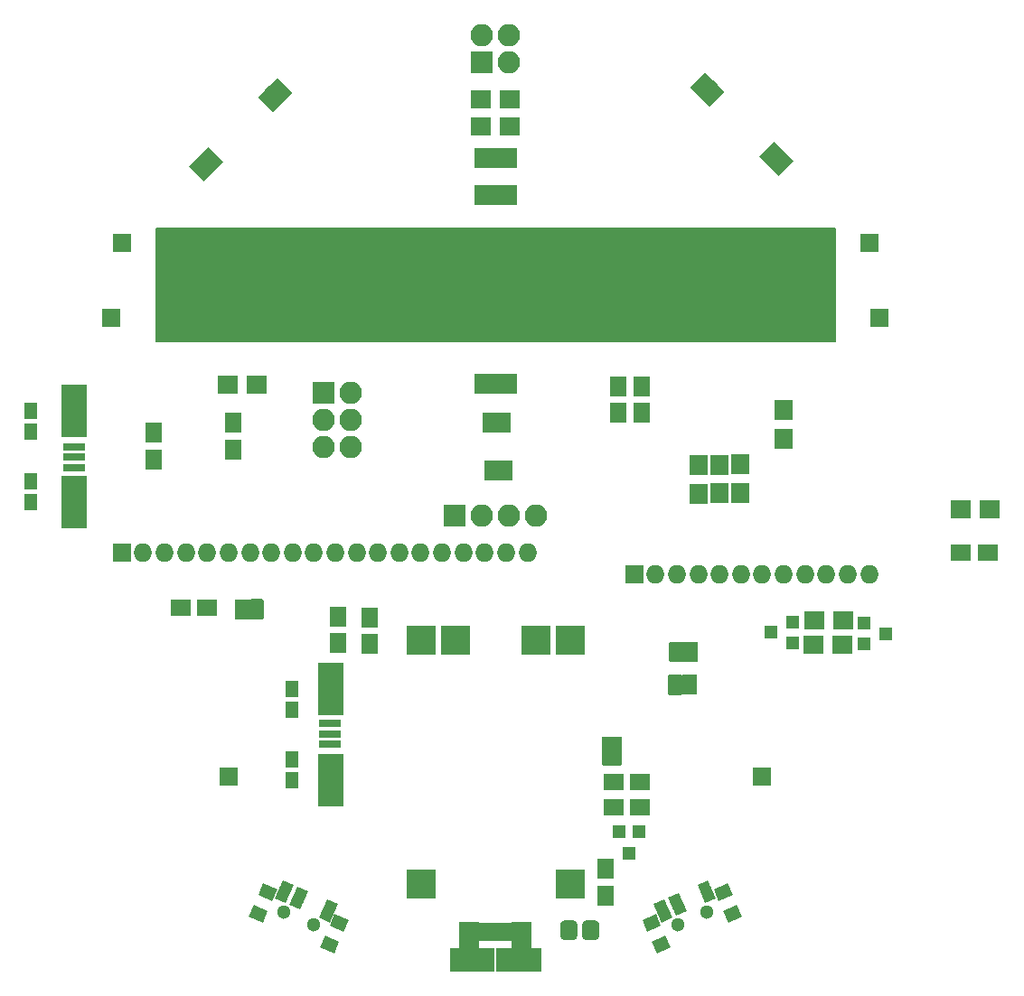
<source format=gbs>
G04 #@! TF.GenerationSoftware,KiCad,Pcbnew,(5.0.0)*
G04 #@! TF.CreationDate,2018-09-11T12:34:07+02:00*
G04 #@! TF.ProjectId,hal9k-badge,68616C396B2D62616467652E6B696361,rev?*
G04 #@! TF.SameCoordinates,PX5f5e100PY8f0d180*
G04 #@! TF.FileFunction,Soldermask,Bot*
G04 #@! TF.FilePolarity,Negative*
%FSLAX46Y46*%
G04 Gerber Fmt 4.6, Leading zero omitted, Abs format (unit mm)*
G04 Created by KiCad (PCBNEW (5.0.0)) date 09/11/18 12:34:07*
%MOMM*%
%LPD*%
G01*
G04 APERTURE LIST*
%ADD10C,0.150000*%
%ADD11R,1.650000X1.900000*%
%ADD12R,1.900000X1.650000*%
%ADD13R,1.150000X1.600000*%
%ADD14O,2.100000X2.100000*%
%ADD15R,2.100000X2.100000*%
%ADD16R,1.400000X1.900000*%
%ADD17C,1.000000*%
%ADD18C,0.100000*%
%ADD19R,1.900000X1.400000*%
%ADD20R,2.800000X2.800000*%
%ADD21R,1.700000X1.900000*%
%ADD22R,1.900000X1.700000*%
%ADD23R,1.200000X1.300000*%
%ADD24R,2.000000X0.700000*%
%ADD25C,1.550000*%
%ADD26R,0.850000X1.780000*%
%ADD27R,1.875000X2.500000*%
%ADD28R,2.775000X2.300000*%
%ADD29R,1.575000X2.300000*%
%ADD30R,1.750000X1.750000*%
%ADD31O,1.750000X1.750000*%
%ADD32R,2.400000X4.900000*%
%ADD33R,1.300000X1.200000*%
%ADD34C,2.000000*%
%ADD35C,1.200000*%
%ADD36C,1.100000*%
%ADD37C,1.300000*%
G04 APERTURE END LIST*
D10*
G36*
X18250000Y59770000D02*
X81850000Y59770000D01*
X81850000Y70390000D01*
X18270000Y70390000D01*
X18250000Y59770000D01*
G37*
X18250000Y59770000D02*
X81850000Y59770000D01*
X81850000Y70390000D01*
X18270000Y70390000D01*
X18250000Y59770000D01*
D11*
G04 #@! TO.C,C1*
X63700000Y55590000D03*
X63700000Y53090000D03*
G04 #@! TD*
G04 #@! TO.C,C2*
X61460000Y55590000D03*
X61460000Y53090000D03*
G04 #@! TD*
G04 #@! TO.C,C3*
X60300000Y7850000D03*
X60300000Y10350000D03*
G04 #@! TD*
D12*
G04 #@! TO.C,C4*
X61050000Y16100000D03*
X63550000Y16100000D03*
G04 #@! TD*
G04 #@! TO.C,C5*
X96090000Y39960000D03*
X93590000Y39960000D03*
G04 #@! TD*
D11*
G04 #@! TO.C,C6*
X35240000Y34020000D03*
X35240000Y31520000D03*
G04 #@! TD*
G04 #@! TO.C,C7*
X18000000Y51250000D03*
X18000000Y48750000D03*
G04 #@! TD*
G04 #@! TO.C,C8*
X38250000Y31440000D03*
X38250000Y33940000D03*
G04 #@! TD*
G04 #@! TO.C,C9*
X25400000Y49650000D03*
X25400000Y52150000D03*
G04 #@! TD*
D12*
G04 #@! TO.C,C10*
X23020000Y34820000D03*
X20520000Y34820000D03*
G04 #@! TD*
G04 #@! TO.C,C11*
X61050000Y18500000D03*
X63550000Y18500000D03*
G04 #@! TD*
D13*
G04 #@! TO.C,C37*
X30900000Y27200000D03*
X30900000Y25300000D03*
G04 #@! TD*
G04 #@! TO.C,C38*
X30900000Y20600000D03*
X30900000Y18700000D03*
G04 #@! TD*
G04 #@! TO.C,C39*
X6460000Y53270000D03*
X6460000Y51370000D03*
G04 #@! TD*
G04 #@! TO.C,C40*
X6450000Y46650000D03*
X6450000Y44750000D03*
G04 #@! TD*
D14*
G04 #@! TO.C,J6*
X36470000Y49880000D03*
X33930000Y49880000D03*
X36470000Y52420000D03*
X33930000Y52420000D03*
X36470000Y54960000D03*
D15*
X33930000Y54960000D03*
G04 #@! TD*
D14*
G04 #@! TO.C,J7*
X51270000Y88540000D03*
X51270000Y86000000D03*
X48730000Y88540000D03*
D15*
X48730000Y86000000D03*
G04 #@! TD*
G04 #@! TO.C,J8*
X46190000Y43500000D03*
D14*
X48730000Y43500000D03*
X51270000Y43500000D03*
X53810000Y43500000D03*
G04 #@! TD*
D16*
G04 #@! TO.C,JP1*
X68250000Y30700000D03*
D17*
X66950000Y30700000D03*
D18*
G36*
X67489018Y31646157D02*
X67526537Y31634776D01*
X67561114Y31616294D01*
X67591421Y31591421D01*
X67616294Y31561114D01*
X67634776Y31526537D01*
X67646157Y31489018D01*
X67650000Y31450000D01*
X67650000Y31200000D01*
X67850000Y31200000D01*
X67889018Y31196157D01*
X67926537Y31184776D01*
X67961114Y31166294D01*
X67991421Y31141421D01*
X68016294Y31111114D01*
X68034776Y31076537D01*
X68046157Y31039018D01*
X68050000Y31000000D01*
X68050000Y30400000D01*
X68046157Y30360982D01*
X68034776Y30323463D01*
X68016294Y30288886D01*
X67991421Y30258579D01*
X67961114Y30233706D01*
X67926537Y30215224D01*
X67889018Y30203843D01*
X67850000Y30200000D01*
X67650000Y30200000D01*
X67650000Y29950000D01*
X67646157Y29910982D01*
X67634776Y29873463D01*
X67616294Y29838886D01*
X67591421Y29808579D01*
X67561114Y29783706D01*
X67526537Y29765224D01*
X67489018Y29753843D01*
X67450000Y29750000D01*
X66450000Y29750000D01*
X66410982Y29753843D01*
X66373463Y29765224D01*
X66338886Y29783706D01*
X66308579Y29808579D01*
X66283706Y29838886D01*
X66265224Y29873463D01*
X66253843Y29910982D01*
X66250000Y29950000D01*
X66250000Y31450000D01*
X66253843Y31489018D01*
X66265224Y31526537D01*
X66283706Y31561114D01*
X66308579Y31591421D01*
X66338886Y31616294D01*
X66373463Y31634776D01*
X66410982Y31646157D01*
X66450000Y31650000D01*
X67450000Y31650000D01*
X67489018Y31646157D01*
X67489018Y31646157D01*
G37*
G04 #@! TD*
D17*
G04 #@! TO.C,JP2*
X66850000Y27600000D03*
D18*
G36*
X67389018Y28546157D02*
X67426537Y28534776D01*
X67461114Y28516294D01*
X67491421Y28491421D01*
X67516294Y28461114D01*
X67534776Y28426537D01*
X67546157Y28389018D01*
X67550000Y28350000D01*
X67550000Y28100000D01*
X67750000Y28100000D01*
X67789018Y28096157D01*
X67826537Y28084776D01*
X67861114Y28066294D01*
X67891421Y28041421D01*
X67916294Y28011114D01*
X67934776Y27976537D01*
X67946157Y27939018D01*
X67950000Y27900000D01*
X67950000Y27300000D01*
X67946157Y27260982D01*
X67934776Y27223463D01*
X67916294Y27188886D01*
X67891421Y27158579D01*
X67861114Y27133706D01*
X67826537Y27115224D01*
X67789018Y27103843D01*
X67750000Y27100000D01*
X67550000Y27100000D01*
X67550000Y26850000D01*
X67546157Y26810982D01*
X67534776Y26773463D01*
X67516294Y26738886D01*
X67491421Y26708579D01*
X67461114Y26683706D01*
X67426537Y26665224D01*
X67389018Y26653843D01*
X67350000Y26650000D01*
X66350000Y26650000D01*
X66310982Y26653843D01*
X66273463Y26665224D01*
X66238886Y26683706D01*
X66208579Y26708579D01*
X66183706Y26738886D01*
X66165224Y26773463D01*
X66153843Y26810982D01*
X66150000Y26850000D01*
X66150000Y28350000D01*
X66153843Y28389018D01*
X66165224Y28426537D01*
X66183706Y28461114D01*
X66208579Y28491421D01*
X66238886Y28516294D01*
X66273463Y28534776D01*
X66310982Y28546157D01*
X66350000Y28550000D01*
X67350000Y28550000D01*
X67389018Y28546157D01*
X67389018Y28546157D01*
G37*
D16*
X68150000Y27600000D03*
G04 #@! TD*
D17*
G04 #@! TO.C,JP3*
X27610000Y34690000D03*
D18*
G36*
X27070982Y33743843D02*
X27033463Y33755224D01*
X26998886Y33773706D01*
X26968579Y33798579D01*
X26943706Y33828886D01*
X26925224Y33863463D01*
X26913843Y33900982D01*
X26910000Y33940000D01*
X26910000Y34190000D01*
X26710000Y34190000D01*
X26670982Y34193843D01*
X26633463Y34205224D01*
X26598886Y34223706D01*
X26568579Y34248579D01*
X26543706Y34278886D01*
X26525224Y34313463D01*
X26513843Y34350982D01*
X26510000Y34390000D01*
X26510000Y34990000D01*
X26513843Y35029018D01*
X26525224Y35066537D01*
X26543706Y35101114D01*
X26568579Y35131421D01*
X26598886Y35156294D01*
X26633463Y35174776D01*
X26670982Y35186157D01*
X26710000Y35190000D01*
X26910000Y35190000D01*
X26910000Y35440000D01*
X26913843Y35479018D01*
X26925224Y35516537D01*
X26943706Y35551114D01*
X26968579Y35581421D01*
X26998886Y35606294D01*
X27033463Y35624776D01*
X27070982Y35636157D01*
X27110000Y35640000D01*
X28110000Y35640000D01*
X28149018Y35636157D01*
X28186537Y35624776D01*
X28221114Y35606294D01*
X28251421Y35581421D01*
X28276294Y35551114D01*
X28294776Y35516537D01*
X28306157Y35479018D01*
X28310000Y35440000D01*
X28310000Y33940000D01*
X28306157Y33900982D01*
X28294776Y33863463D01*
X28276294Y33828886D01*
X28251421Y33798579D01*
X28221114Y33773706D01*
X28186537Y33755224D01*
X28149018Y33743843D01*
X28110000Y33740000D01*
X27110000Y33740000D01*
X27070982Y33743843D01*
X27070982Y33743843D01*
G37*
D16*
X26310000Y34690000D03*
G04 #@! TD*
D19*
G04 #@! TO.C,JP4*
X60900000Y22050000D03*
D17*
X60900000Y20750000D03*
D18*
G36*
X59953843Y21289018D02*
X59965224Y21326537D01*
X59983706Y21361114D01*
X60008579Y21391421D01*
X60038886Y21416294D01*
X60073463Y21434776D01*
X60110982Y21446157D01*
X60150000Y21450000D01*
X60400000Y21450000D01*
X60400000Y21650000D01*
X60403843Y21689018D01*
X60415224Y21726537D01*
X60433706Y21761114D01*
X60458579Y21791421D01*
X60488886Y21816294D01*
X60523463Y21834776D01*
X60560982Y21846157D01*
X60600000Y21850000D01*
X61200000Y21850000D01*
X61239018Y21846157D01*
X61276537Y21834776D01*
X61311114Y21816294D01*
X61341421Y21791421D01*
X61366294Y21761114D01*
X61384776Y21726537D01*
X61396157Y21689018D01*
X61400000Y21650000D01*
X61400000Y21450000D01*
X61650000Y21450000D01*
X61689018Y21446157D01*
X61726537Y21434776D01*
X61761114Y21416294D01*
X61791421Y21391421D01*
X61816294Y21361114D01*
X61834776Y21326537D01*
X61846157Y21289018D01*
X61850000Y21250000D01*
X61850000Y20250000D01*
X61846157Y20210982D01*
X61834776Y20173463D01*
X61816294Y20138886D01*
X61791421Y20108579D01*
X61761114Y20083706D01*
X61726537Y20065224D01*
X61689018Y20053843D01*
X61650000Y20050000D01*
X60150000Y20050000D01*
X60110982Y20053843D01*
X60073463Y20065224D01*
X60038886Y20083706D01*
X60008579Y20108579D01*
X59983706Y20138886D01*
X59965224Y20173463D01*
X59953843Y20210982D01*
X59950000Y20250000D01*
X59950000Y21250000D01*
X59953843Y21289018D01*
X59953843Y21289018D01*
G37*
G04 #@! TD*
D20*
G04 #@! TO.C,M1*
X56980000Y8950000D03*
X43010000Y8950000D03*
X43080000Y31750000D03*
X46280000Y31750000D03*
X53780000Y31750000D03*
X56980000Y31750000D03*
G04 #@! TD*
D21*
G04 #@! TO.C,R1*
X77000000Y50650000D03*
X77000000Y53350000D03*
G04 #@! TD*
G04 #@! TO.C,R2*
X72960000Y45570000D03*
X72960000Y48270000D03*
G04 #@! TD*
G04 #@! TO.C,R3*
X71000000Y48250000D03*
X71000000Y45550000D03*
G04 #@! TD*
G04 #@! TO.C,R4*
X69010000Y45490000D03*
X69010000Y48190000D03*
G04 #@! TD*
D22*
G04 #@! TO.C,R5*
X82530000Y31330000D03*
X79830000Y31330000D03*
G04 #@! TD*
G04 #@! TO.C,R6*
X82550000Y33660000D03*
X79850000Y33660000D03*
G04 #@! TD*
G04 #@! TO.C,R9*
X93620000Y44030000D03*
X96320000Y44030000D03*
G04 #@! TD*
G04 #@! TO.C,R10*
X27610000Y55760000D03*
X24910000Y55760000D03*
G04 #@! TD*
G04 #@! TO.C,R13*
X51350000Y82500000D03*
X48650000Y82500000D03*
G04 #@! TD*
G04 #@! TO.C,R14*
X48650000Y80000000D03*
X51350000Y80000000D03*
G04 #@! TD*
D23*
G04 #@! TO.C,U2*
X62500000Y11800000D03*
X63450000Y13800000D03*
X61550000Y13800000D03*
G04 #@! TD*
D24*
G04 #@! TO.C,Y1*
X34530000Y23960000D03*
X34530000Y23010000D03*
X34530000Y22060000D03*
G04 #@! TD*
G04 #@! TO.C,Y2*
X10550000Y49880000D03*
X10550000Y48930000D03*
X10550000Y47980000D03*
G04 #@! TD*
D18*
G04 #@! TO.C,D26*
G36*
X59396071Y5498377D02*
X59428781Y5493525D01*
X59460857Y5485491D01*
X59491991Y5474351D01*
X59521884Y5460213D01*
X59550247Y5443213D01*
X59576807Y5423515D01*
X59601308Y5401308D01*
X59623515Y5376807D01*
X59643213Y5350247D01*
X59660213Y5321884D01*
X59674351Y5291991D01*
X59685491Y5260857D01*
X59693525Y5228781D01*
X59698377Y5196071D01*
X59700000Y5163044D01*
X59700000Y4036956D01*
X59698377Y4003929D01*
X59693525Y3971219D01*
X59685491Y3939143D01*
X59674351Y3908009D01*
X59660213Y3878116D01*
X59643213Y3849753D01*
X59623515Y3823193D01*
X59601308Y3798692D01*
X59576807Y3776485D01*
X59550247Y3756787D01*
X59521884Y3739787D01*
X59491991Y3725649D01*
X59460857Y3714509D01*
X59428781Y3706475D01*
X59396071Y3701623D01*
X59363044Y3700000D01*
X58486956Y3700000D01*
X58453929Y3701623D01*
X58421219Y3706475D01*
X58389143Y3714509D01*
X58358009Y3725649D01*
X58328116Y3739787D01*
X58299753Y3756787D01*
X58273193Y3776485D01*
X58248692Y3798692D01*
X58226485Y3823193D01*
X58206787Y3849753D01*
X58189787Y3878116D01*
X58175649Y3908009D01*
X58164509Y3939143D01*
X58156475Y3971219D01*
X58151623Y4003929D01*
X58150000Y4036956D01*
X58150000Y5163044D01*
X58151623Y5196071D01*
X58156475Y5228781D01*
X58164509Y5260857D01*
X58175649Y5291991D01*
X58189787Y5321884D01*
X58206787Y5350247D01*
X58226485Y5376807D01*
X58248692Y5401308D01*
X58273193Y5423515D01*
X58299753Y5443213D01*
X58328116Y5460213D01*
X58358009Y5474351D01*
X58389143Y5485491D01*
X58421219Y5493525D01*
X58453929Y5498377D01*
X58486956Y5500000D01*
X59363044Y5500000D01*
X59396071Y5498377D01*
X59396071Y5498377D01*
G37*
D25*
X58925000Y4600000D03*
D18*
G36*
X57346071Y5498377D02*
X57378781Y5493525D01*
X57410857Y5485491D01*
X57441991Y5474351D01*
X57471884Y5460213D01*
X57500247Y5443213D01*
X57526807Y5423515D01*
X57551308Y5401308D01*
X57573515Y5376807D01*
X57593213Y5350247D01*
X57610213Y5321884D01*
X57624351Y5291991D01*
X57635491Y5260857D01*
X57643525Y5228781D01*
X57648377Y5196071D01*
X57650000Y5163044D01*
X57650000Y4036956D01*
X57648377Y4003929D01*
X57643525Y3971219D01*
X57635491Y3939143D01*
X57624351Y3908009D01*
X57610213Y3878116D01*
X57593213Y3849753D01*
X57573515Y3823193D01*
X57551308Y3798692D01*
X57526807Y3776485D01*
X57500247Y3756787D01*
X57471884Y3739787D01*
X57441991Y3725649D01*
X57410857Y3714509D01*
X57378781Y3706475D01*
X57346071Y3701623D01*
X57313044Y3700000D01*
X56436956Y3700000D01*
X56403929Y3701623D01*
X56371219Y3706475D01*
X56339143Y3714509D01*
X56308009Y3725649D01*
X56278116Y3739787D01*
X56249753Y3756787D01*
X56223193Y3776485D01*
X56198692Y3798692D01*
X56176485Y3823193D01*
X56156787Y3849753D01*
X56139787Y3878116D01*
X56125649Y3908009D01*
X56114509Y3939143D01*
X56106475Y3971219D01*
X56101623Y4003929D01*
X56100000Y4036956D01*
X56100000Y5163044D01*
X56101623Y5196071D01*
X56106475Y5228781D01*
X56114509Y5260857D01*
X56125649Y5291991D01*
X56139787Y5321884D01*
X56156787Y5350247D01*
X56176485Y5376807D01*
X56198692Y5401308D01*
X56223193Y5423515D01*
X56249753Y5443213D01*
X56278116Y5460213D01*
X56308009Y5474351D01*
X56339143Y5485491D01*
X56371219Y5493525D01*
X56403929Y5498377D01*
X56436956Y5500000D01*
X57313044Y5500000D01*
X57346071Y5498377D01*
X57346071Y5498377D01*
G37*
D25*
X56875000Y4600000D03*
G04 #@! TD*
D26*
G04 #@! TO.C,J5*
X51300000Y4460000D03*
X50650000Y4460000D03*
X50000000Y4460000D03*
X49350000Y4460000D03*
X48700000Y4460000D03*
D27*
X52462500Y4100000D03*
X47537500Y4100000D03*
D28*
X52910000Y1800000D03*
X47090000Y1800000D03*
D29*
X50840000Y1800000D03*
X49160000Y1800000D03*
G04 #@! TD*
D16*
G04 #@! TO.C,JP5*
X48700000Y73500000D03*
X50000000Y73500000D03*
X51300000Y73500000D03*
G04 #@! TD*
G04 #@! TO.C,JP6*
X51310000Y55790000D03*
X50010000Y55790000D03*
X48710000Y55790000D03*
G04 #@! TD*
G04 #@! TO.C,JP7*
X51300000Y77000000D03*
X50000000Y77000000D03*
X48700000Y77000000D03*
G04 #@! TD*
D30*
G04 #@! TO.C,J1*
X15000000Y69000000D03*
G04 #@! TD*
G04 #@! TO.C,J2*
X14000000Y62000000D03*
G04 #@! TD*
G04 #@! TO.C,J3*
X85000000Y69000000D03*
G04 #@! TD*
G04 #@! TO.C,J4*
X86000000Y62000000D03*
G04 #@! TD*
G04 #@! TO.C,J13*
X25000000Y19000000D03*
G04 #@! TD*
G04 #@! TO.C,J14*
X75000000Y19000000D03*
G04 #@! TD*
D16*
G04 #@! TO.C,JP8*
X50770000Y52170000D03*
X49470000Y52170000D03*
G04 #@! TD*
G04 #@! TO.C,JP9*
X49610000Y47740000D03*
X50910000Y47740000D03*
G04 #@! TD*
D30*
G04 #@! TO.C,J15*
X15000000Y40000000D03*
D31*
X17000000Y40000000D03*
X19000000Y40000000D03*
X21000000Y40000000D03*
X23000000Y40000000D03*
X25000000Y40000000D03*
X27000000Y40000000D03*
X29000000Y40000000D03*
X31000000Y40000000D03*
X33000000Y40000000D03*
X35000000Y40000000D03*
X37000000Y40000000D03*
X39000000Y40000000D03*
X41000000Y40000000D03*
X43000000Y40000000D03*
X45000000Y40000000D03*
X47000000Y40000000D03*
X49000000Y40000000D03*
X51000000Y40000000D03*
X53000000Y40000000D03*
G04 #@! TD*
D30*
G04 #@! TO.C,J16*
X63000000Y38000000D03*
D31*
X65000000Y38000000D03*
X67000000Y38000000D03*
X69000000Y38000000D03*
X71000000Y38000000D03*
X73000000Y38000000D03*
X75000000Y38000000D03*
X77000000Y38000000D03*
X79000000Y38000000D03*
X81000000Y38000000D03*
X83000000Y38000000D03*
X85000000Y38000000D03*
G04 #@! TD*
D32*
G04 #@! TO.C,Y3*
X34580000Y27200000D03*
X34580000Y18700000D03*
G04 #@! TD*
G04 #@! TO.C,Y4*
X10500000Y53270000D03*
X10500000Y44770000D03*
G04 #@! TD*
D33*
G04 #@! TO.C,Q1*
X86560000Y32410000D03*
X84560000Y33360000D03*
X84560000Y31460000D03*
G04 #@! TD*
G04 #@! TO.C,Q2*
X77800000Y33470000D03*
X77800000Y31570000D03*
X75800000Y32520000D03*
G04 #@! TD*
D34*
G04 #@! TO.C,S1*
X69844380Y83415620D03*
D18*
G36*
X68225105Y83620681D02*
X69639319Y85034895D01*
X71463655Y83210559D01*
X70049441Y81796345D01*
X68225105Y83620681D01*
X68225105Y83620681D01*
G37*
D34*
X76335620Y76924380D03*
D18*
G36*
X74716345Y77129441D02*
X76130559Y78543655D01*
X77954895Y76719319D01*
X76540681Y75305105D01*
X74716345Y77129441D01*
X74716345Y77129441D01*
G37*
G04 #@! TD*
D35*
G04 #@! TO.C,S2*
X71336245Y8170741D03*
D18*
G36*
X71738938Y9000101D02*
X72217436Y7899629D01*
X70933552Y7341381D01*
X70455054Y8441853D01*
X71738938Y9000101D01*
X71738938Y9000101D01*
G37*
D35*
X64641706Y5259873D03*
D18*
G36*
X65044399Y6089233D02*
X65522897Y4988761D01*
X64239013Y4430513D01*
X63760515Y5530985D01*
X65044399Y6089233D01*
X65044399Y6089233D01*
G37*
D35*
X65522942Y3233170D03*
D18*
G36*
X65925635Y4062530D02*
X66404133Y2962058D01*
X65120249Y2403810D01*
X64641751Y3504282D01*
X65925635Y4062530D01*
X65925635Y4062530D01*
G37*
D35*
X72217480Y6144038D03*
D18*
G36*
X72620173Y6973398D02*
X73098671Y5872926D01*
X71814787Y5314678D01*
X71336289Y6415150D01*
X72620173Y6973398D01*
X72620173Y6973398D01*
G37*
D36*
X65666405Y6414211D03*
D18*
G36*
X65791976Y7504730D02*
X66549600Y5762316D01*
X65540834Y5323692D01*
X64783210Y7066106D01*
X65791976Y7504730D01*
X65791976Y7504730D01*
G37*
D36*
X67041994Y7012334D03*
D18*
G36*
X67167565Y8102853D02*
X67925189Y6360439D01*
X66916423Y5921815D01*
X66158799Y7664229D01*
X67167565Y8102853D01*
X67167565Y8102853D01*
G37*
D36*
X69793174Y8208581D03*
D18*
G36*
X69918745Y9299100D02*
X70676369Y7556686D01*
X69667603Y7118062D01*
X68909979Y8860476D01*
X69918745Y9299100D01*
X69918745Y9299100D01*
G37*
D37*
X67055997Y5099247D03*
X69807177Y6295494D03*
G04 #@! TD*
D34*
G04 #@! TO.C,S3*
X22864380Y76414380D03*
D18*
G36*
X23069441Y78033655D02*
X24483655Y76619441D01*
X22659319Y74795105D01*
X21245105Y76209319D01*
X23069441Y78033655D01*
X23069441Y78033655D01*
G37*
D34*
X29355620Y82905620D03*
D18*
G36*
X29560681Y84524895D02*
X30974895Y83110681D01*
X29150559Y81286345D01*
X27736345Y82700559D01*
X29560681Y84524895D01*
X29560681Y84524895D01*
G37*
G04 #@! TD*
D37*
G04 #@! TO.C,S4*
X32944003Y5099247D03*
X30192823Y6295494D03*
D36*
X34333595Y6414211D03*
D18*
G36*
X35216790Y7066106D02*
X34459166Y5323692D01*
X33450400Y5762316D01*
X34208024Y7504730D01*
X35216790Y7066106D01*
X35216790Y7066106D01*
G37*
D36*
X31582416Y7610458D03*
D18*
G36*
X32465611Y8262353D02*
X31707987Y6519939D01*
X30699221Y6958563D01*
X31456845Y8700977D01*
X32465611Y8262353D01*
X32465611Y8262353D01*
G37*
D36*
X30206826Y8208581D03*
D18*
G36*
X31090021Y8860476D02*
X30332397Y7118062D01*
X29323631Y7556686D01*
X30081255Y9299100D01*
X31090021Y8860476D01*
X31090021Y8860476D01*
G37*
D35*
X34477058Y3233170D03*
D18*
G36*
X35358249Y3504282D02*
X34879751Y2403810D01*
X33595867Y2962058D01*
X34074365Y4062530D01*
X35358249Y3504282D01*
X35358249Y3504282D01*
G37*
D35*
X27782520Y6144038D03*
D18*
G36*
X28663711Y6415150D02*
X28185213Y5314678D01*
X26901329Y5872926D01*
X27379827Y6973398D01*
X28663711Y6415150D01*
X28663711Y6415150D01*
G37*
D35*
X28663755Y8170741D03*
D18*
G36*
X29544946Y8441853D02*
X29066448Y7341381D01*
X27782564Y7899629D01*
X28261062Y9000101D01*
X29544946Y8441853D01*
X29544946Y8441853D01*
G37*
D35*
X35358294Y5259873D03*
D18*
G36*
X36239485Y5530985D02*
X35760987Y4430513D01*
X34477103Y4988761D01*
X34955601Y6089233D01*
X36239485Y5530985D01*
X36239485Y5530985D01*
G37*
G04 #@! TD*
M02*

</source>
